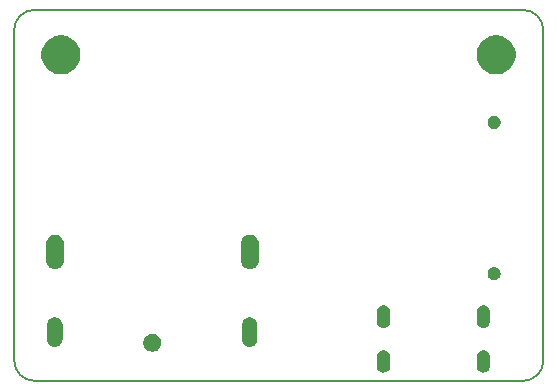
<source format=gbs>
G04 #@! TF.GenerationSoftware,KiCad,Pcbnew,5.0.1*
G04 #@! TF.CreationDate,2019-09-04T02:10:02+02:00*
G04 #@! TF.ProjectId,OtterScreen,4F7474657253637265656E2E6B696361,rev?*
G04 #@! TF.SameCoordinates,Original*
G04 #@! TF.FileFunction,Soldermask,Bot*
G04 #@! TF.FilePolarity,Negative*
%FSLAX46Y46*%
G04 Gerber Fmt 4.6, Leading zero omitted, Abs format (unit mm)*
G04 Created by KiCad (PCBNEW 5.0.1) date Wed 04 Sep 2019 02:10:02 AM CEST*
%MOMM*%
%LPD*%
G01*
G04 APERTURE LIST*
%ADD10C,0.150000*%
%ADD11C,0.100000*%
G04 APERTURE END LIST*
D10*
X164099999Y-114200001D02*
G75*
G02X165800000Y-115900000I1J-1700000D01*
G01*
X121000001Y-115900001D02*
G75*
G02X122700000Y-114200000I1700000J1D01*
G01*
X122700001Y-145599999D02*
G75*
G02X121000000Y-143900000I-1J1700000D01*
G01*
X165800000Y-143900000D02*
G75*
G02X164100000Y-145600000I-1700000J0D01*
G01*
X164100000Y-145600000D02*
X136200000Y-145600000D01*
X165800000Y-115900000D02*
X165800000Y-143900000D01*
X122700000Y-114200000D02*
X164099999Y-114200001D01*
X121000000Y-143900000D02*
X121000001Y-115900001D01*
X136200000Y-145600000D02*
X122700001Y-145599999D01*
D11*
G36*
X160838014Y-143006973D02*
X160941878Y-143038479D01*
X161037600Y-143089644D01*
X161121501Y-143158499D01*
X161190356Y-143242400D01*
X161241521Y-143338121D01*
X161273027Y-143441985D01*
X161281000Y-143522933D01*
X161281000Y-144377067D01*
X161273027Y-144458015D01*
X161241521Y-144561879D01*
X161190356Y-144657600D01*
X161121501Y-144741501D01*
X161037600Y-144810356D01*
X160941879Y-144861521D01*
X160838015Y-144893027D01*
X160730000Y-144903666D01*
X160621986Y-144893027D01*
X160518122Y-144861521D01*
X160422401Y-144810356D01*
X160338500Y-144741501D01*
X160269645Y-144657600D01*
X160218480Y-144561879D01*
X160186973Y-144458015D01*
X160179000Y-144377067D01*
X160179000Y-143522934D01*
X160186973Y-143441986D01*
X160218479Y-143338122D01*
X160269644Y-143242400D01*
X160338499Y-143158499D01*
X160422400Y-143089644D01*
X160518121Y-143038479D01*
X160621985Y-143006973D01*
X160730000Y-142996334D01*
X160838014Y-143006973D01*
X160838014Y-143006973D01*
G37*
G36*
X152378014Y-143006973D02*
X152481878Y-143038479D01*
X152577600Y-143089644D01*
X152661501Y-143158499D01*
X152730356Y-143242400D01*
X152781521Y-143338121D01*
X152813027Y-143441985D01*
X152821000Y-143522933D01*
X152821000Y-144377067D01*
X152813027Y-144458015D01*
X152781521Y-144561879D01*
X152730356Y-144657600D01*
X152661501Y-144741501D01*
X152577600Y-144810356D01*
X152481879Y-144861521D01*
X152378015Y-144893027D01*
X152270000Y-144903666D01*
X152161986Y-144893027D01*
X152058122Y-144861521D01*
X151962401Y-144810356D01*
X151878500Y-144741501D01*
X151809645Y-144657600D01*
X151758480Y-144561879D01*
X151726973Y-144458015D01*
X151719000Y-144377067D01*
X151719000Y-143522934D01*
X151726973Y-143441986D01*
X151758479Y-143338122D01*
X151809644Y-143242400D01*
X151878499Y-143158499D01*
X151962400Y-143089644D01*
X152058121Y-143038479D01*
X152161985Y-143006973D01*
X152270000Y-142996334D01*
X152378014Y-143006973D01*
X152378014Y-143006973D01*
G37*
G36*
X132832004Y-141630544D02*
X132919059Y-141647860D01*
X133055732Y-141704472D01*
X133055733Y-141704473D01*
X133178738Y-141786662D01*
X133283338Y-141891262D01*
X133283340Y-141891265D01*
X133365528Y-142014268D01*
X133422140Y-142150941D01*
X133451000Y-142296033D01*
X133451000Y-142443967D01*
X133422140Y-142589059D01*
X133365528Y-142725732D01*
X133365527Y-142725733D01*
X133283338Y-142848738D01*
X133178738Y-142953338D01*
X133178735Y-142953340D01*
X133055732Y-143035528D01*
X132919059Y-143092140D01*
X132832004Y-143109456D01*
X132773969Y-143121000D01*
X132626031Y-143121000D01*
X132567996Y-143109456D01*
X132480941Y-143092140D01*
X132344268Y-143035528D01*
X132221265Y-142953340D01*
X132221262Y-142953338D01*
X132116662Y-142848738D01*
X132034473Y-142725733D01*
X132034472Y-142725732D01*
X131977860Y-142589059D01*
X131949000Y-142443967D01*
X131949000Y-142296033D01*
X131977860Y-142150941D01*
X132034472Y-142014268D01*
X132116660Y-141891265D01*
X132116662Y-141891262D01*
X132221262Y-141786662D01*
X132344267Y-141704473D01*
X132344268Y-141704472D01*
X132480941Y-141647860D01*
X132567996Y-141630544D01*
X132626031Y-141619000D01*
X132773969Y-141619000D01*
X132832004Y-141630544D01*
X132832004Y-141630544D01*
G37*
G36*
X141077617Y-140228420D02*
X141159426Y-140253237D01*
X141200332Y-140265645D01*
X141260782Y-140297957D01*
X141313425Y-140326095D01*
X141412553Y-140407447D01*
X141493905Y-140506574D01*
X141493906Y-140506576D01*
X141554355Y-140619667D01*
X141565987Y-140658013D01*
X141591580Y-140742382D01*
X141601000Y-140838027D01*
X141601000Y-142101973D01*
X141591580Y-142197618D01*
X141566763Y-142279427D01*
X141554355Y-142320333D01*
X141500819Y-142420491D01*
X141493905Y-142433426D01*
X141412553Y-142532553D01*
X141313426Y-142613905D01*
X141313424Y-142613906D01*
X141200333Y-142674355D01*
X141159427Y-142686763D01*
X141077618Y-142711580D01*
X140950000Y-142724149D01*
X140822383Y-142711580D01*
X140740574Y-142686763D01*
X140699668Y-142674355D01*
X140586577Y-142613906D01*
X140586575Y-142613905D01*
X140487448Y-142532553D01*
X140406096Y-142433426D01*
X140399182Y-142420491D01*
X140345646Y-142320333D01*
X140333238Y-142279427D01*
X140308421Y-142197618D01*
X140299001Y-142101973D01*
X140299000Y-140838028D01*
X140308420Y-140742383D01*
X140345645Y-140619669D01*
X140345645Y-140619668D01*
X140377957Y-140559218D01*
X140406095Y-140506575D01*
X140487447Y-140407447D01*
X140586574Y-140326095D01*
X140599509Y-140319181D01*
X140699667Y-140265645D01*
X140740573Y-140253237D01*
X140822382Y-140228420D01*
X140950000Y-140215851D01*
X141077617Y-140228420D01*
X141077617Y-140228420D01*
G37*
G36*
X124577617Y-140228420D02*
X124659426Y-140253237D01*
X124700332Y-140265645D01*
X124760782Y-140297957D01*
X124813425Y-140326095D01*
X124912553Y-140407447D01*
X124993905Y-140506574D01*
X124993906Y-140506576D01*
X125054355Y-140619667D01*
X125065987Y-140658013D01*
X125091580Y-140742382D01*
X125101000Y-140838027D01*
X125101000Y-142101973D01*
X125091580Y-142197618D01*
X125066763Y-142279427D01*
X125054355Y-142320333D01*
X125000819Y-142420491D01*
X124993905Y-142433426D01*
X124912553Y-142532553D01*
X124813426Y-142613905D01*
X124813424Y-142613906D01*
X124700333Y-142674355D01*
X124659427Y-142686763D01*
X124577618Y-142711580D01*
X124450000Y-142724149D01*
X124322383Y-142711580D01*
X124240574Y-142686763D01*
X124199668Y-142674355D01*
X124086577Y-142613906D01*
X124086575Y-142613905D01*
X123987448Y-142532553D01*
X123906096Y-142433426D01*
X123899182Y-142420491D01*
X123845646Y-142320333D01*
X123833238Y-142279427D01*
X123808421Y-142197618D01*
X123799001Y-142101973D01*
X123799000Y-140838028D01*
X123808420Y-140742383D01*
X123845645Y-140619669D01*
X123845645Y-140619668D01*
X123877957Y-140559218D01*
X123906095Y-140506575D01*
X123987447Y-140407447D01*
X124086574Y-140326095D01*
X124099509Y-140319181D01*
X124199667Y-140265645D01*
X124240573Y-140253237D01*
X124322382Y-140228420D01*
X124450000Y-140215851D01*
X124577617Y-140228420D01*
X124577617Y-140228420D01*
G37*
G36*
X160838014Y-139206973D02*
X160941878Y-139238479D01*
X161037600Y-139289644D01*
X161121501Y-139358499D01*
X161190356Y-139442400D01*
X161241521Y-139538121D01*
X161273027Y-139641985D01*
X161281000Y-139722933D01*
X161281000Y-140577067D01*
X161273027Y-140658015D01*
X161241521Y-140761879D01*
X161190356Y-140857600D01*
X161121501Y-140941501D01*
X161037600Y-141010356D01*
X160941879Y-141061521D01*
X160838015Y-141093027D01*
X160730000Y-141103666D01*
X160621986Y-141093027D01*
X160518122Y-141061521D01*
X160422401Y-141010356D01*
X160338500Y-140941501D01*
X160269645Y-140857600D01*
X160218480Y-140761879D01*
X160218479Y-140761876D01*
X160186973Y-140658016D01*
X160183196Y-140619667D01*
X160179000Y-140577067D01*
X160179000Y-139722934D01*
X160186973Y-139641986D01*
X160218479Y-139538122D01*
X160269644Y-139442400D01*
X160338499Y-139358499D01*
X160422400Y-139289644D01*
X160518121Y-139238479D01*
X160621985Y-139206973D01*
X160730000Y-139196334D01*
X160838014Y-139206973D01*
X160838014Y-139206973D01*
G37*
G36*
X152378014Y-139206973D02*
X152481878Y-139238479D01*
X152577600Y-139289644D01*
X152661501Y-139358499D01*
X152730356Y-139442400D01*
X152781521Y-139538121D01*
X152813027Y-139641985D01*
X152821000Y-139722933D01*
X152821000Y-140577067D01*
X152813027Y-140658015D01*
X152781521Y-140761879D01*
X152730356Y-140857600D01*
X152661501Y-140941501D01*
X152577600Y-141010356D01*
X152481879Y-141061521D01*
X152378015Y-141093027D01*
X152270000Y-141103666D01*
X152161986Y-141093027D01*
X152058122Y-141061521D01*
X151962401Y-141010356D01*
X151878500Y-140941501D01*
X151809645Y-140857600D01*
X151758480Y-140761879D01*
X151758479Y-140761876D01*
X151726973Y-140658016D01*
X151723196Y-140619667D01*
X151719000Y-140577067D01*
X151719000Y-139722934D01*
X151726973Y-139641986D01*
X151758479Y-139538122D01*
X151809644Y-139442400D01*
X151878499Y-139358499D01*
X151962400Y-139289644D01*
X152058121Y-139238479D01*
X152161985Y-139206973D01*
X152270000Y-139196334D01*
X152378014Y-139206973D01*
X152378014Y-139206973D01*
G37*
G36*
X161790721Y-135980174D02*
X161890995Y-136021709D01*
X161981245Y-136082012D01*
X162057988Y-136158755D01*
X162118291Y-136249005D01*
X162159826Y-136349279D01*
X162181000Y-136455730D01*
X162181000Y-136564270D01*
X162159826Y-136670721D01*
X162118291Y-136770995D01*
X162057988Y-136861245D01*
X161981245Y-136937988D01*
X161890995Y-136998291D01*
X161790721Y-137039826D01*
X161684270Y-137061000D01*
X161575730Y-137061000D01*
X161469279Y-137039826D01*
X161369005Y-136998291D01*
X161278755Y-136937988D01*
X161202012Y-136861245D01*
X161141709Y-136770995D01*
X161100174Y-136670721D01*
X161079000Y-136564270D01*
X161079000Y-136455730D01*
X161100174Y-136349279D01*
X161141709Y-136249005D01*
X161202012Y-136158755D01*
X161278755Y-136082012D01*
X161369005Y-136021709D01*
X161469279Y-135980174D01*
X161575730Y-135959000D01*
X161684270Y-135959000D01*
X161790721Y-135980174D01*
X161790721Y-135980174D01*
G37*
G36*
X124597221Y-133249867D02*
X124738785Y-133292810D01*
X124869253Y-133362547D01*
X124983606Y-133456394D01*
X125077454Y-133570748D01*
X125147190Y-133701214D01*
X125190133Y-133842778D01*
X125201000Y-133953113D01*
X125201000Y-135426887D01*
X125190133Y-135537222D01*
X125147190Y-135678786D01*
X125077454Y-135809252D01*
X124983606Y-135923606D01*
X124869252Y-136017454D01*
X124738786Y-136087190D01*
X124597222Y-136130133D01*
X124499074Y-136139800D01*
X124450001Y-136144633D01*
X124450000Y-136144633D01*
X124302779Y-136130133D01*
X124161215Y-136087190D01*
X124030749Y-136017454D01*
X123916395Y-135923606D01*
X123822547Y-135809252D01*
X123752811Y-135678786D01*
X123709868Y-135537222D01*
X123699001Y-135426887D01*
X123699000Y-133953114D01*
X123709867Y-133842779D01*
X123752810Y-133701215D01*
X123822546Y-133570749D01*
X123822547Y-133570747D01*
X123916394Y-133456394D01*
X124030747Y-133362547D01*
X124030746Y-133362547D01*
X124030748Y-133362546D01*
X124161214Y-133292810D01*
X124302778Y-133249867D01*
X124400926Y-133240200D01*
X124449999Y-133235367D01*
X124450000Y-133235367D01*
X124597221Y-133249867D01*
X124597221Y-133249867D01*
G37*
G36*
X141097221Y-133249867D02*
X141238785Y-133292810D01*
X141369253Y-133362547D01*
X141483606Y-133456394D01*
X141577454Y-133570748D01*
X141647190Y-133701214D01*
X141690133Y-133842778D01*
X141701000Y-133953113D01*
X141701000Y-135426887D01*
X141690133Y-135537222D01*
X141647190Y-135678786D01*
X141577454Y-135809252D01*
X141483606Y-135923606D01*
X141369252Y-136017454D01*
X141238786Y-136087190D01*
X141097222Y-136130133D01*
X140999074Y-136139800D01*
X140950001Y-136144633D01*
X140950000Y-136144633D01*
X140802779Y-136130133D01*
X140661215Y-136087190D01*
X140530749Y-136017454D01*
X140416395Y-135923606D01*
X140322547Y-135809252D01*
X140252811Y-135678786D01*
X140209868Y-135537222D01*
X140199001Y-135426887D01*
X140199000Y-133953114D01*
X140209867Y-133842779D01*
X140252810Y-133701215D01*
X140322546Y-133570749D01*
X140322547Y-133570747D01*
X140416394Y-133456394D01*
X140530747Y-133362547D01*
X140530746Y-133362547D01*
X140530748Y-133362546D01*
X140661214Y-133292810D01*
X140802778Y-133249867D01*
X140900926Y-133240200D01*
X140949999Y-133235367D01*
X140950000Y-133235367D01*
X141097221Y-133249867D01*
X141097221Y-133249867D01*
G37*
G36*
X161790721Y-123180174D02*
X161890995Y-123221709D01*
X161981245Y-123282012D01*
X162057988Y-123358755D01*
X162118291Y-123449005D01*
X162159826Y-123549279D01*
X162181000Y-123655730D01*
X162181000Y-123764270D01*
X162159826Y-123870721D01*
X162118291Y-123970995D01*
X162057988Y-124061245D01*
X161981245Y-124137988D01*
X161890995Y-124198291D01*
X161790721Y-124239826D01*
X161684270Y-124261000D01*
X161575730Y-124261000D01*
X161469279Y-124239826D01*
X161369005Y-124198291D01*
X161278755Y-124137988D01*
X161202012Y-124061245D01*
X161141709Y-123970995D01*
X161100174Y-123870721D01*
X161079000Y-123764270D01*
X161079000Y-123655730D01*
X161100174Y-123549279D01*
X161141709Y-123449005D01*
X161202012Y-123358755D01*
X161278755Y-123282012D01*
X161369005Y-123221709D01*
X161469279Y-123180174D01*
X161575730Y-123159000D01*
X161684270Y-123159000D01*
X161790721Y-123180174D01*
X161790721Y-123180174D01*
G37*
G36*
X125325256Y-116391298D02*
X125431579Y-116412447D01*
X125732042Y-116536903D01*
X125998852Y-116715180D01*
X126002454Y-116717587D01*
X126232413Y-116947546D01*
X126413098Y-117217960D01*
X126537553Y-117518422D01*
X126601000Y-117837389D01*
X126601000Y-118162611D01*
X126537553Y-118481578D01*
X126413098Y-118782040D01*
X126232413Y-119052454D01*
X126002454Y-119282413D01*
X126002451Y-119282415D01*
X125732042Y-119463097D01*
X125431579Y-119587553D01*
X125325256Y-119608702D01*
X125112611Y-119651000D01*
X124787389Y-119651000D01*
X124574744Y-119608702D01*
X124468421Y-119587553D01*
X124167958Y-119463097D01*
X123897549Y-119282415D01*
X123897546Y-119282413D01*
X123667587Y-119052454D01*
X123486902Y-118782040D01*
X123362447Y-118481578D01*
X123299000Y-118162611D01*
X123299000Y-117837389D01*
X123362447Y-117518422D01*
X123486902Y-117217960D01*
X123667587Y-116947546D01*
X123897546Y-116717587D01*
X123901148Y-116715180D01*
X124167958Y-116536903D01*
X124468421Y-116412447D01*
X124574744Y-116391298D01*
X124787389Y-116349000D01*
X125112611Y-116349000D01*
X125325256Y-116391298D01*
X125325256Y-116391298D01*
G37*
G36*
X162175256Y-116391298D02*
X162281579Y-116412447D01*
X162582042Y-116536903D01*
X162848852Y-116715180D01*
X162852454Y-116717587D01*
X163082413Y-116947546D01*
X163263098Y-117217960D01*
X163387553Y-117518422D01*
X163451000Y-117837389D01*
X163451000Y-118162611D01*
X163387553Y-118481578D01*
X163263098Y-118782040D01*
X163082413Y-119052454D01*
X162852454Y-119282413D01*
X162852451Y-119282415D01*
X162582042Y-119463097D01*
X162281579Y-119587553D01*
X162175256Y-119608702D01*
X161962611Y-119651000D01*
X161637389Y-119651000D01*
X161424744Y-119608702D01*
X161318421Y-119587553D01*
X161017958Y-119463097D01*
X160747549Y-119282415D01*
X160747546Y-119282413D01*
X160517587Y-119052454D01*
X160336902Y-118782040D01*
X160212447Y-118481578D01*
X160149000Y-118162611D01*
X160149000Y-117837389D01*
X160212447Y-117518422D01*
X160336902Y-117217960D01*
X160517587Y-116947546D01*
X160747546Y-116717587D01*
X160751148Y-116715180D01*
X161017958Y-116536903D01*
X161318421Y-116412447D01*
X161424744Y-116391298D01*
X161637389Y-116349000D01*
X161962611Y-116349000D01*
X162175256Y-116391298D01*
X162175256Y-116391298D01*
G37*
M02*

</source>
